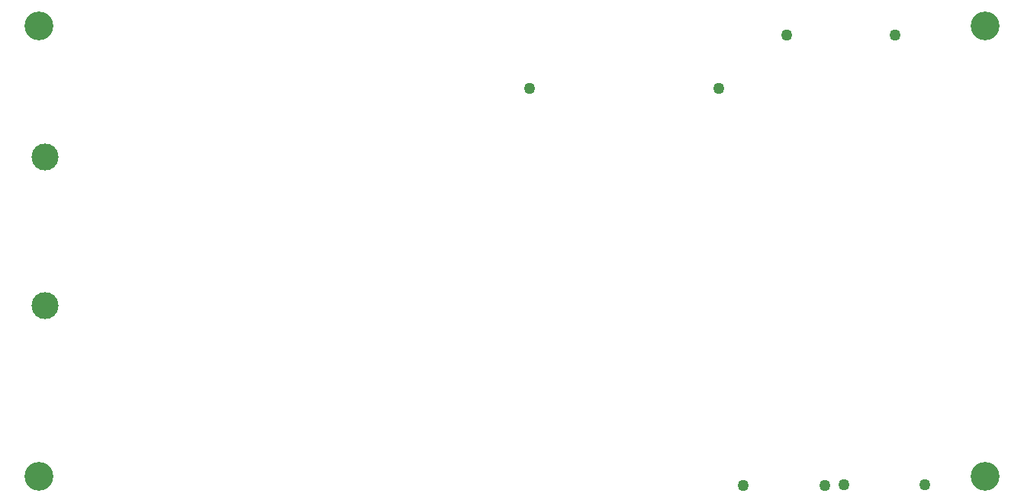
<source format=gbr>
%TF.GenerationSoftware,KiCad,Pcbnew,9.0.0*%
%TF.CreationDate,2025-07-11T04:59:04+08:00*%
%TF.ProjectId,tsal_g_v4.zip,7473616c-5f67-45f7-9634-2e7a69702e6b,rev?*%
%TF.SameCoordinates,Original*%
%TF.FileFunction,NonPlated,1,2,NPTH,Drill*%
%TF.FilePolarity,Positive*%
%FSLAX46Y46*%
G04 Gerber Fmt 4.6, Leading zero omitted, Abs format (unit mm)*
G04 Created by KiCad (PCBNEW 9.0.0) date 2025-07-11 04:59:04*
%MOMM*%
%LPD*%
G01*
G04 APERTURE LIST*
%TA.AperFunction,ComponentDrill*%
%ADD10C,1.270000*%
%TD*%
%TA.AperFunction,ComponentDrill*%
%ADD11C,3.000000*%
%TD*%
%TA.AperFunction,ComponentDrill*%
%ADD12C,3.200000*%
%TD*%
G04 APERTURE END LIST*
D10*
%TO.C,J3*%
X115978817Y-64933517D03*
X136978817Y-64933517D03*
%TO.C,J7*%
X139700000Y-109000000D03*
%TO.C,J8*%
X144500000Y-58960000D03*
%TO.C,J7*%
X148700000Y-109000000D03*
%TO.C,J6*%
X150800000Y-108960000D03*
%TO.C,J8*%
X156500000Y-58960000D03*
%TO.C,J6*%
X159800000Y-108960000D03*
D11*
%TO.C,J1*%
X62180000Y-72500000D03*
%TO.C,J2*%
X62180000Y-89000000D03*
D12*
%TO.C,H1*%
X61500000Y-58000000D03*
%TO.C,H2*%
X61500000Y-108000000D03*
%TO.C,H4*%
X166500000Y-58000000D03*
%TO.C,H3*%
X166500000Y-108000000D03*
M02*

</source>
